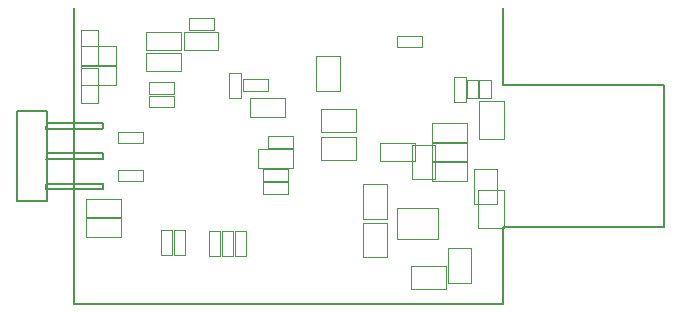
<source format=gbr>
G04 (created by PCBNEW (2013-05-16 BZR 4016)-stable) date 11. 1. 2014 1:24:09*
%MOIN*%
G04 Gerber Fmt 3.4, Leading zero omitted, Abs format*
%FSLAX34Y34*%
G01*
G70*
G90*
G04 APERTURE LIST*
%ADD10C,0.00590551*%
%ADD11C,0.0019685*%
%ADD12C,0.002*%
G04 APERTURE END LIST*
G54D10*
X20795Y-20510D02*
X20795Y-10667D01*
X35106Y-13206D02*
X35106Y-10667D01*
X40480Y-13206D02*
X35106Y-13206D01*
X35106Y-17970D02*
X35106Y-20510D01*
X40480Y-17970D02*
X35106Y-17970D01*
X40480Y-13206D02*
X40480Y-17970D01*
X35106Y-20510D02*
X20795Y-20510D01*
G54D11*
X32940Y-17321D02*
X32940Y-18344D01*
X32940Y-18344D02*
X31562Y-18344D01*
X31562Y-18344D02*
X31562Y-17321D01*
X31562Y-17321D02*
X32940Y-17321D01*
G54D12*
X32046Y-19263D02*
X33204Y-19263D01*
X33204Y-19263D02*
X33204Y-20037D01*
X33204Y-20037D02*
X32046Y-20037D01*
X32046Y-20037D02*
X32046Y-19263D01*
X31221Y-16525D02*
X31221Y-17683D01*
X31221Y-17683D02*
X30447Y-17683D01*
X30447Y-17683D02*
X30447Y-16525D01*
X30447Y-16525D02*
X31221Y-16525D01*
X31221Y-17805D02*
X31221Y-18963D01*
X31221Y-18963D02*
X30447Y-18963D01*
X30447Y-18963D02*
X30447Y-17805D01*
X30447Y-17805D02*
X31221Y-17805D01*
X32061Y-16364D02*
X32061Y-15206D01*
X32061Y-15206D02*
X32835Y-15206D01*
X32835Y-15206D02*
X32835Y-16364D01*
X32835Y-16364D02*
X32061Y-16364D01*
X30204Y-15717D02*
X29046Y-15717D01*
X29046Y-15717D02*
X29046Y-14943D01*
X29046Y-14943D02*
X30204Y-14943D01*
X30204Y-14943D02*
X30204Y-15717D01*
X30204Y-14797D02*
X29046Y-14797D01*
X29046Y-14797D02*
X29046Y-14023D01*
X29046Y-14023D02*
X30204Y-14023D01*
X30204Y-14023D02*
X30204Y-14797D01*
X34128Y-17171D02*
X34128Y-16013D01*
X34128Y-16013D02*
X34902Y-16013D01*
X34902Y-16013D02*
X34902Y-17171D01*
X34902Y-17171D02*
X34128Y-17171D01*
X34036Y-18651D02*
X34036Y-19809D01*
X34036Y-19809D02*
X33262Y-19809D01*
X33262Y-19809D02*
X33262Y-18651D01*
X33262Y-18651D02*
X34036Y-18651D01*
X29656Y-12253D02*
X29656Y-13411D01*
X29656Y-13411D02*
X28882Y-13411D01*
X28882Y-13411D02*
X28882Y-12253D01*
X28882Y-12253D02*
X29656Y-12253D01*
X26948Y-15359D02*
X28106Y-15359D01*
X28106Y-15359D02*
X28106Y-15975D01*
X28106Y-15975D02*
X26948Y-15975D01*
X26948Y-15975D02*
X26948Y-15359D01*
X25299Y-18904D02*
X25299Y-18080D01*
X25299Y-18080D02*
X25679Y-18080D01*
X25679Y-18080D02*
X25679Y-18904D01*
X25679Y-18904D02*
X25299Y-18904D01*
X35128Y-17978D02*
X35128Y-16722D01*
X35128Y-16722D02*
X34276Y-16722D01*
X34276Y-16732D02*
X34276Y-17969D01*
X34276Y-17978D02*
X35128Y-17978D01*
X35138Y-15026D02*
X35138Y-13769D01*
X35138Y-13769D02*
X34286Y-13769D01*
X34286Y-13779D02*
X34286Y-15016D01*
X34286Y-15026D02*
X35138Y-15026D01*
X33479Y-13785D02*
X33479Y-12962D01*
X33479Y-12962D02*
X33859Y-12962D01*
X33859Y-12962D02*
X33859Y-13785D01*
X33859Y-13785D02*
X33479Y-13785D01*
X32387Y-11959D02*
X31564Y-11959D01*
X31564Y-11959D02*
X31564Y-11579D01*
X31564Y-11579D02*
X32387Y-11579D01*
X32387Y-11579D02*
X32387Y-11959D01*
X27269Y-13416D02*
X26446Y-13416D01*
X26446Y-13416D02*
X26446Y-13036D01*
X26446Y-13036D02*
X27269Y-13036D01*
X27269Y-13036D02*
X27269Y-13416D01*
X24645Y-10999D02*
X25468Y-10999D01*
X25468Y-10999D02*
X25468Y-11379D01*
X25468Y-11379D02*
X24645Y-11379D01*
X24645Y-11379D02*
X24645Y-10999D01*
X27115Y-16028D02*
X27939Y-16028D01*
X27939Y-16028D02*
X27939Y-16408D01*
X27939Y-16408D02*
X27115Y-16408D01*
X27115Y-16408D02*
X27115Y-16028D01*
X23096Y-15168D02*
X22273Y-15168D01*
X22273Y-15168D02*
X22273Y-14788D01*
X22273Y-14788D02*
X23096Y-14788D01*
X23096Y-14788D02*
X23096Y-15168D01*
X24508Y-18070D02*
X24508Y-18894D01*
X24508Y-18894D02*
X24128Y-18894D01*
X24128Y-18894D02*
X24128Y-18070D01*
X24128Y-18070D02*
X24508Y-18070D01*
X25979Y-13657D02*
X25979Y-12834D01*
X25979Y-12834D02*
X26359Y-12834D01*
X26359Y-12834D02*
X26359Y-13657D01*
X26359Y-13657D02*
X25979Y-13657D01*
X24118Y-13510D02*
X23295Y-13510D01*
X23295Y-13510D02*
X23295Y-13130D01*
X23295Y-13130D02*
X24118Y-13130D01*
X24118Y-13130D02*
X24118Y-13510D01*
X27273Y-14926D02*
X28096Y-14926D01*
X28096Y-14926D02*
X28096Y-15306D01*
X28096Y-15306D02*
X27273Y-15306D01*
X27273Y-15306D02*
X27273Y-14926D01*
X23096Y-16428D02*
X22273Y-16428D01*
X22273Y-16428D02*
X22273Y-16048D01*
X22273Y-16048D02*
X23096Y-16048D01*
X23096Y-16048D02*
X23096Y-16428D01*
X27115Y-16461D02*
X27939Y-16461D01*
X27939Y-16461D02*
X27939Y-16841D01*
X27939Y-16841D02*
X27115Y-16841D01*
X27115Y-16841D02*
X27115Y-16461D01*
X26536Y-18080D02*
X26536Y-18904D01*
X26536Y-18904D02*
X26156Y-18904D01*
X26156Y-18904D02*
X26156Y-18080D01*
X26156Y-18080D02*
X26536Y-18080D01*
X26103Y-18080D02*
X26103Y-18904D01*
X26103Y-18904D02*
X25723Y-18904D01*
X25723Y-18904D02*
X25723Y-18080D01*
X25723Y-18080D02*
X26103Y-18080D01*
X24120Y-13967D02*
X23296Y-13967D01*
X23296Y-13967D02*
X23296Y-13587D01*
X23296Y-13587D02*
X24120Y-13587D01*
X24120Y-13587D02*
X24120Y-13967D01*
X24075Y-18070D02*
X24075Y-18894D01*
X24075Y-18894D02*
X23695Y-18894D01*
X23695Y-18894D02*
X23695Y-18070D01*
X23695Y-18070D02*
X24075Y-18070D01*
X21200Y-17012D02*
X22358Y-17012D01*
X22358Y-17012D02*
X22358Y-17629D01*
X22358Y-17629D02*
X21200Y-17629D01*
X21200Y-17629D02*
X21200Y-17012D01*
X21200Y-17662D02*
X22358Y-17662D01*
X22358Y-17662D02*
X22358Y-18278D01*
X22358Y-18278D02*
X21200Y-18278D01*
X21200Y-18278D02*
X21200Y-17662D01*
X26672Y-13666D02*
X27830Y-13666D01*
X27830Y-13666D02*
X27830Y-14282D01*
X27830Y-14282D02*
X26672Y-14282D01*
X26672Y-14282D02*
X26672Y-13666D01*
X32735Y-14493D02*
X33893Y-14493D01*
X33893Y-14493D02*
X33893Y-15109D01*
X33893Y-15109D02*
X32735Y-15109D01*
X32735Y-15109D02*
X32735Y-14493D01*
X25614Y-12068D02*
X24456Y-12068D01*
X24456Y-12068D02*
X24456Y-11451D01*
X24456Y-11451D02*
X25614Y-11451D01*
X25614Y-11451D02*
X25614Y-12068D01*
X23206Y-11451D02*
X24364Y-11451D01*
X24364Y-11451D02*
X24364Y-12068D01*
X24364Y-12068D02*
X23206Y-12068D01*
X23206Y-12068D02*
X23206Y-11451D01*
X23206Y-12151D02*
X24364Y-12151D01*
X24364Y-12151D02*
X24364Y-12768D01*
X24364Y-12768D02*
X23206Y-12768D01*
X23206Y-12768D02*
X23206Y-12151D01*
X22200Y-13219D02*
X21042Y-13219D01*
X21042Y-13219D02*
X21042Y-12603D01*
X21042Y-12603D02*
X22200Y-12603D01*
X22200Y-12603D02*
X22200Y-13219D01*
X31003Y-15142D02*
X32161Y-15142D01*
X32161Y-15142D02*
X32161Y-15759D01*
X32161Y-15759D02*
X31003Y-15759D01*
X31003Y-15759D02*
X31003Y-15142D01*
X33889Y-15756D02*
X32731Y-15756D01*
X32731Y-15756D02*
X32731Y-15139D01*
X32731Y-15139D02*
X33889Y-15139D01*
X33889Y-15139D02*
X33889Y-15756D01*
X33894Y-16418D02*
X32736Y-16418D01*
X32736Y-16418D02*
X32736Y-15801D01*
X32736Y-15801D02*
X33894Y-15801D01*
X33894Y-15801D02*
X33894Y-16418D01*
X21585Y-13815D02*
X21585Y-12657D01*
X21585Y-12647D02*
X21028Y-12647D01*
X21028Y-12647D02*
X21028Y-13805D01*
X21028Y-13815D02*
X21585Y-13815D01*
X21028Y-11377D02*
X21028Y-12535D01*
X21028Y-12545D02*
X21585Y-12545D01*
X21585Y-12545D02*
X21585Y-11387D01*
X21585Y-11377D02*
X21028Y-11377D01*
X21042Y-11934D02*
X22200Y-11934D01*
X22200Y-11934D02*
X22200Y-12550D01*
X22200Y-12550D02*
X21042Y-12550D01*
X21042Y-12550D02*
X21042Y-11934D01*
G54D10*
X21749Y-14673D02*
X19879Y-14673D01*
X19879Y-14673D02*
X19889Y-14486D01*
X19889Y-14486D02*
X21759Y-14486D01*
X21759Y-14486D02*
X21759Y-14663D01*
X21759Y-15677D02*
X19879Y-15677D01*
X19889Y-15677D02*
X19889Y-15490D01*
X19889Y-15490D02*
X21759Y-15490D01*
X21759Y-15490D02*
X21759Y-15677D01*
X21779Y-16494D02*
X21779Y-16671D01*
X21779Y-16671D02*
X19879Y-16671D01*
X19879Y-16671D02*
X19879Y-16504D01*
X19879Y-16504D02*
X21779Y-16504D01*
X19889Y-17084D02*
X19889Y-14092D01*
X19889Y-14092D02*
X18905Y-14092D01*
X18905Y-14092D02*
X18905Y-17084D01*
X18905Y-17084D02*
X19889Y-17084D01*
G54D12*
X34685Y-13049D02*
X34685Y-13640D01*
X34685Y-13638D02*
X34305Y-13638D01*
X34305Y-13640D02*
X34305Y-13049D01*
X34305Y-13051D02*
X34685Y-13051D01*
X34272Y-13049D02*
X34272Y-13640D01*
X34272Y-13638D02*
X33892Y-13638D01*
X33892Y-13640D02*
X33892Y-13049D01*
X33892Y-13051D02*
X34272Y-13051D01*
M02*

</source>
